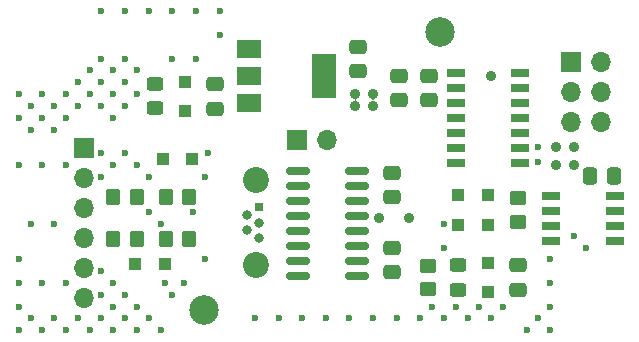
<source format=gbr>
%TF.GenerationSoftware,KiCad,Pcbnew,(6.0.2)*%
%TF.CreationDate,2022-08-24T15:21:41+12:00*%
%TF.ProjectId,Disco3_FBH,44697363-6f33-45f4-9642-482e6b696361,rev?*%
%TF.SameCoordinates,Original*%
%TF.FileFunction,Soldermask,Top*%
%TF.FilePolarity,Negative*%
%FSLAX46Y46*%
G04 Gerber Fmt 4.6, Leading zero omitted, Abs format (unit mm)*
G04 Created by KiCad (PCBNEW (6.0.2)) date 2022-08-24 15:21:41*
%MOMM*%
%LPD*%
G01*
G04 APERTURE LIST*
G04 Aperture macros list*
%AMRoundRect*
0 Rectangle with rounded corners*
0 $1 Rounding radius*
0 $2 $3 $4 $5 $6 $7 $8 $9 X,Y pos of 4 corners*
0 Add a 4 corners polygon primitive as box body*
4,1,4,$2,$3,$4,$5,$6,$7,$8,$9,$2,$3,0*
0 Add four circle primitives for the rounded corners*
1,1,$1+$1,$2,$3*
1,1,$1+$1,$4,$5*
1,1,$1+$1,$6,$7*
1,1,$1+$1,$8,$9*
0 Add four rect primitives between the rounded corners*
20,1,$1+$1,$2,$3,$4,$5,0*
20,1,$1+$1,$4,$5,$6,$7,0*
20,1,$1+$1,$6,$7,$8,$9,0*
20,1,$1+$1,$8,$9,$2,$3,0*%
G04 Aperture macros list end*
%ADD10C,2.500000*%
%ADD11RoundRect,0.250000X-0.450000X0.350000X-0.450000X-0.350000X0.450000X-0.350000X0.450000X0.350000X0*%
%ADD12R,1.550000X0.650000*%
%ADD13R,2.000000X1.500000*%
%ADD14R,2.000000X3.800000*%
%ADD15R,1.000000X1.000000*%
%ADD16RoundRect,0.250000X-0.475000X0.337500X-0.475000X-0.337500X0.475000X-0.337500X0.475000X0.337500X0*%
%ADD17R,0.800000X0.800000*%
%ADD18C,0.800000*%
%ADD19C,2.200000*%
%ADD20R,1.500000X0.650000*%
%ADD21RoundRect,0.250000X0.450000X-0.350000X0.450000X0.350000X-0.450000X0.350000X-0.450000X-0.350000X0*%
%ADD22RoundRect,0.250000X0.350000X0.450000X-0.350000X0.450000X-0.350000X-0.450000X0.350000X-0.450000X0*%
%ADD23RoundRect,0.250000X0.337500X0.475000X-0.337500X0.475000X-0.337500X-0.475000X0.337500X-0.475000X0*%
%ADD24RoundRect,0.250000X0.450000X-0.325000X0.450000X0.325000X-0.450000X0.325000X-0.450000X-0.325000X0*%
%ADD25R,1.700000X1.700000*%
%ADD26O,1.700000X1.700000*%
%ADD27RoundRect,0.150000X-0.825000X-0.150000X0.825000X-0.150000X0.825000X0.150000X-0.825000X0.150000X0*%
%ADD28RoundRect,0.250000X0.475000X-0.337500X0.475000X0.337500X-0.475000X0.337500X-0.475000X-0.337500X0*%
%ADD29RoundRect,0.250000X-0.350000X-0.450000X0.350000X-0.450000X0.350000X0.450000X-0.350000X0.450000X0*%
%ADD30C,0.900000*%
%ADD31C,0.600000*%
G04 APERTURE END LIST*
D10*
%TO.C,REF\u002A\u002A*%
X133700000Y-101250000D03*
%TD*%
%TO.C,REF\u002A\u002A*%
X153700000Y-77750000D03*
%TD*%
D11*
%TO.C,R6*%
X152645000Y-97525000D03*
X152645000Y-99525000D03*
%TD*%
D12*
%TO.C,U3*%
X163025000Y-91595000D03*
X163025000Y-92865000D03*
X163025000Y-94135000D03*
X163025000Y-95405000D03*
X168475000Y-95405000D03*
X168475000Y-94135000D03*
X168475000Y-92865000D03*
X168475000Y-91595000D03*
%TD*%
D13*
%TO.C,U1*%
X137530000Y-79190000D03*
D14*
X143830000Y-81490000D03*
D13*
X137530000Y-81490000D03*
X137530000Y-83790000D03*
%TD*%
D15*
%TO.C,D2*%
X130195000Y-88500000D03*
X132695000Y-88500000D03*
%TD*%
D16*
%TO.C,C6*%
X149595000Y-89677500D03*
X149595000Y-91752500D03*
%TD*%
D15*
%TO.C,D6*%
X157725000Y-97275000D03*
X157725000Y-99775000D03*
%TD*%
D16*
%TO.C,C4*%
X150210000Y-81462500D03*
X150210000Y-83537500D03*
%TD*%
D15*
%TO.C,D1*%
X132080000Y-84435000D03*
X132080000Y-81935000D03*
%TD*%
D17*
%TO.C,J3*%
X138320000Y-92590000D03*
D18*
X137320000Y-93240000D03*
X138320000Y-93890000D03*
X137320000Y-94540000D03*
X138320000Y-95190000D03*
D19*
X138100000Y-90315000D03*
X138100000Y-97465000D03*
%TD*%
D20*
%TO.C,U2*%
X155050000Y-81190000D03*
X155050000Y-82460000D03*
X155050000Y-83730000D03*
X155050000Y-85000000D03*
X155050000Y-86270000D03*
X155050000Y-87540000D03*
X155050000Y-88810000D03*
X160450000Y-88810000D03*
X160450000Y-87540000D03*
X160450000Y-86270000D03*
X160450000Y-85000000D03*
X160450000Y-83730000D03*
X160450000Y-82460000D03*
X160450000Y-81190000D03*
%TD*%
D21*
%TO.C,R5*%
X160265000Y-93810000D03*
X160265000Y-91810000D03*
%TD*%
D22*
%TO.C,R4*%
X132445000Y-95250000D03*
X130445000Y-95250000D03*
%TD*%
D23*
%TO.C,C5*%
X168437500Y-89900000D03*
X166362500Y-89900000D03*
%TD*%
D24*
%TO.C,F1*%
X129540000Y-84210000D03*
X129540000Y-82160000D03*
%TD*%
D25*
%TO.C,J2*%
X123500000Y-87590000D03*
D26*
X123500000Y-90130000D03*
X123500000Y-92670000D03*
X123500000Y-95210000D03*
X123500000Y-97750000D03*
X123500000Y-100290000D03*
%TD*%
D15*
%TO.C,D5*%
X155185000Y-91560000D03*
X155185000Y-94060000D03*
%TD*%
D24*
%TO.C,D7*%
X155185000Y-99550000D03*
X155185000Y-97500000D03*
%TD*%
D16*
%TO.C,C2*%
X146685000Y-78972500D03*
X146685000Y-81047500D03*
%TD*%
D15*
%TO.C,D4*%
X157725000Y-94060000D03*
X157725000Y-91560000D03*
%TD*%
D16*
%TO.C,C3*%
X152750000Y-81462500D03*
X152750000Y-83537500D03*
%TD*%
D25*
%TO.C,J1*%
X164725000Y-80275000D03*
D26*
X167265000Y-80275000D03*
X164725000Y-82815000D03*
X167265000Y-82815000D03*
X164725000Y-85355000D03*
X167265000Y-85355000D03*
%TD*%
D22*
%TO.C,R3*%
X132445000Y-91675000D03*
X130445000Y-91675000D03*
%TD*%
D27*
%TO.C,U4*%
X141670000Y-89535000D03*
X141670000Y-90805000D03*
X141670000Y-92075000D03*
X141670000Y-93345000D03*
X141670000Y-94615000D03*
X141670000Y-95885000D03*
X141670000Y-97155000D03*
X141670000Y-98425000D03*
X146620000Y-98425000D03*
X146620000Y-97155000D03*
X146620000Y-95885000D03*
X146620000Y-94615000D03*
X146620000Y-93345000D03*
X146620000Y-92075000D03*
X146620000Y-90805000D03*
X146620000Y-89535000D03*
%TD*%
D16*
%TO.C,C8*%
X160265000Y-97487500D03*
X160265000Y-99562500D03*
%TD*%
D28*
%TO.C,C1*%
X134620000Y-84222500D03*
X134620000Y-82147500D03*
%TD*%
D29*
%TO.C,R2*%
X126000000Y-95250000D03*
X128000000Y-95250000D03*
%TD*%
D28*
%TO.C,C7*%
X149595000Y-98102500D03*
X149595000Y-96027500D03*
%TD*%
D15*
%TO.C,D3*%
X130350000Y-97400000D03*
X127850000Y-97400000D03*
%TD*%
D29*
%TO.C,R1*%
X126000000Y-91675000D03*
X128000000Y-91675000D03*
%TD*%
D25*
%TO.C,JP1*%
X141560000Y-86900000D03*
D26*
X144100000Y-86900000D03*
%TD*%
D30*
X163500000Y-89000000D03*
D31*
X122000000Y-103000000D03*
X121000000Y-86000000D03*
X128000000Y-89000000D03*
X129000000Y-76000000D03*
X119000000Y-94000000D03*
D30*
X146500000Y-83000000D03*
D31*
X121000000Y-84000000D03*
X126000000Y-99000000D03*
X120000000Y-89000000D03*
X135000000Y-78000000D03*
X154000000Y-102000000D03*
X125000000Y-98000000D03*
X118000000Y-103000000D03*
X122000000Y-83000000D03*
X144000000Y-102000000D03*
X154000000Y-94000000D03*
X121000000Y-102000000D03*
X157000000Y-101000000D03*
X148000000Y-102000000D03*
X163000000Y-101000000D03*
X130400000Y-99000000D03*
X132750000Y-93000000D03*
X123000000Y-82000000D03*
X119000000Y-86000000D03*
X129000000Y-102000000D03*
X128000000Y-83000000D03*
X131000000Y-76000000D03*
D30*
X148000000Y-83000000D03*
D31*
X135000000Y-76000000D03*
X158000000Y-102000000D03*
X122000000Y-99000000D03*
X130000000Y-94000000D03*
X125000000Y-90000000D03*
X125000000Y-80000000D03*
D30*
X151000000Y-93500000D03*
D31*
X118000000Y-89000000D03*
X134000000Y-88000000D03*
D30*
X158000000Y-81500000D03*
D31*
X150000000Y-102000000D03*
X122000000Y-89000000D03*
X155000000Y-101000000D03*
X118000000Y-97000000D03*
X124000000Y-81000000D03*
X163000000Y-99000000D03*
X118000000Y-83000000D03*
D30*
X165000000Y-87500000D03*
D31*
X133000000Y-80000000D03*
X118000000Y-101000000D03*
X118000000Y-85000000D03*
X127000000Y-82000000D03*
X123000000Y-102000000D03*
X163000000Y-97000000D03*
X128000000Y-101000000D03*
X163000000Y-103000000D03*
X130000000Y-103000000D03*
D30*
X148500000Y-93500000D03*
D31*
X131000000Y-80000000D03*
D30*
X163500000Y-87500000D03*
D31*
X127000000Y-102000000D03*
X154000000Y-96000000D03*
D30*
X146500000Y-84000000D03*
D31*
X159000000Y-101000000D03*
X124000000Y-83000000D03*
X120000000Y-103000000D03*
X127000000Y-100000000D03*
X126000000Y-85000000D03*
X128000000Y-81000000D03*
X119000000Y-84000000D03*
X162000000Y-102000000D03*
X129000000Y-93000000D03*
X126000000Y-83000000D03*
X124000000Y-103000000D03*
X126000000Y-89000000D03*
X122000000Y-85000000D03*
X125000000Y-84000000D03*
X161000000Y-103000000D03*
X126000000Y-103000000D03*
X126000000Y-101000000D03*
X120000000Y-85000000D03*
X156000000Y-102000000D03*
X126000000Y-81000000D03*
X121000000Y-94000000D03*
X133000000Y-76000000D03*
X131000000Y-100000000D03*
X142000000Y-102000000D03*
X166000000Y-96000000D03*
X152000000Y-102000000D03*
X165000000Y-95000000D03*
X123000000Y-84000000D03*
X118000000Y-99000000D03*
X120000000Y-83000000D03*
D30*
X148000000Y-84000000D03*
D31*
X119000000Y-102000000D03*
X127000000Y-80000000D03*
X140000000Y-102000000D03*
X127000000Y-84000000D03*
X125000000Y-76000000D03*
X146000000Y-102000000D03*
X132000000Y-99000000D03*
X125000000Y-88000000D03*
X120000000Y-99000000D03*
X125000000Y-82000000D03*
X127000000Y-76000000D03*
X153000000Y-101000000D03*
X129000000Y-90000000D03*
X138000000Y-102000000D03*
X125000000Y-102000000D03*
D30*
X165000000Y-89000000D03*
D31*
X127000000Y-88000000D03*
X125000000Y-100000000D03*
X128000000Y-103000000D03*
X133800000Y-90055000D03*
X162000000Y-87500000D03*
X162000000Y-88750000D03*
X133755000Y-96955000D03*
G36*
X146572212Y-83440990D02*
G01*
X146572738Y-83442919D01*
X146572028Y-83443991D01*
X146537624Y-83470627D01*
X146532038Y-83514539D01*
X146559326Y-83549784D01*
X146567073Y-83553104D01*
X146568271Y-83554705D01*
X146567483Y-83556543D01*
X146566273Y-83556942D01*
X146439202Y-83556165D01*
X146428052Y-83559352D01*
X146426111Y-83558867D01*
X146425562Y-83556944D01*
X146426258Y-83555863D01*
X146460333Y-83528808D01*
X146465382Y-83484833D01*
X146437656Y-83449913D01*
X146428701Y-83446075D01*
X146427503Y-83444474D01*
X146428291Y-83442636D01*
X146429526Y-83442237D01*
X146555371Y-83444544D01*
X146570278Y-83440480D01*
X146572212Y-83440990D01*
G37*
G36*
X148072212Y-83440990D02*
G01*
X148072738Y-83442919D01*
X148072028Y-83443991D01*
X148037624Y-83470627D01*
X148032038Y-83514539D01*
X148059326Y-83549784D01*
X148067073Y-83553104D01*
X148068271Y-83554705D01*
X148067483Y-83556543D01*
X148066273Y-83556942D01*
X147939202Y-83556165D01*
X147928052Y-83559352D01*
X147926111Y-83558867D01*
X147925562Y-83556944D01*
X147926258Y-83555863D01*
X147960333Y-83528808D01*
X147965382Y-83484833D01*
X147937656Y-83449913D01*
X147928701Y-83446075D01*
X147927503Y-83444474D01*
X147928291Y-83442636D01*
X147929526Y-83442237D01*
X148055371Y-83444544D01*
X148070278Y-83440480D01*
X148072212Y-83440990D01*
G37*
M02*

</source>
